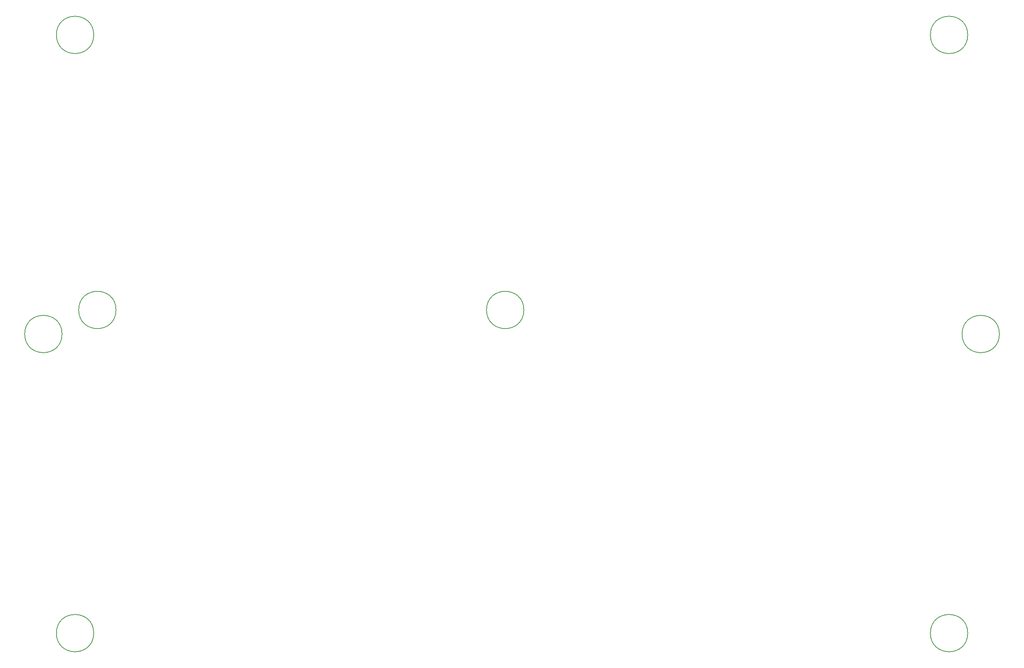
<source format=gbr>
%TF.GenerationSoftware,KiCad,Pcbnew,(6.0.0-0)*%
%TF.CreationDate,2022-12-02T08:06:54+01:00*%
%TF.ProjectId,prototype-2,70726f74-6f74-4797-9065-2d322e6b6963,rev?*%
%TF.SameCoordinates,Original*%
%TF.FileFunction,Other,Comment*%
%FSLAX46Y46*%
G04 Gerber Fmt 4.6, Leading zero omitted, Abs format (unit mm)*
G04 Created by KiCad (PCBNEW (6.0.0-0)) date 2022-12-02 08:06:54*
%MOMM*%
%LPD*%
G01*
G04 APERTURE LIST*
%ADD10C,0.150000*%
G04 APERTURE END LIST*
D10*
%TO.C,REF\u002A\u002A*%
X250200000Y-159240000D02*
G75*
G03*
X250200000Y-159240000I-4300000J0D01*
G01*
X48800000Y-159240000D02*
G75*
G03*
X48800000Y-159240000I-4300000J0D01*
G01*
X48800000Y-21240000D02*
G75*
G03*
X48800000Y-21240000I-4300000J0D01*
G01*
X41500000Y-90240000D02*
G75*
G03*
X41500000Y-90240000I-4300000J0D01*
G01*
X257500000Y-90240000D02*
G75*
G03*
X257500000Y-90240000I-4300000J0D01*
G01*
X147920000Y-84690000D02*
G75*
G03*
X147920000Y-84690000I-4300000J0D01*
G01*
X53940000Y-84690000D02*
G75*
G03*
X53940000Y-84690000I-4300000J0D01*
G01*
X250200000Y-21240000D02*
G75*
G03*
X250200000Y-21240000I-4300000J0D01*
G01*
%TD*%
M02*

</source>
